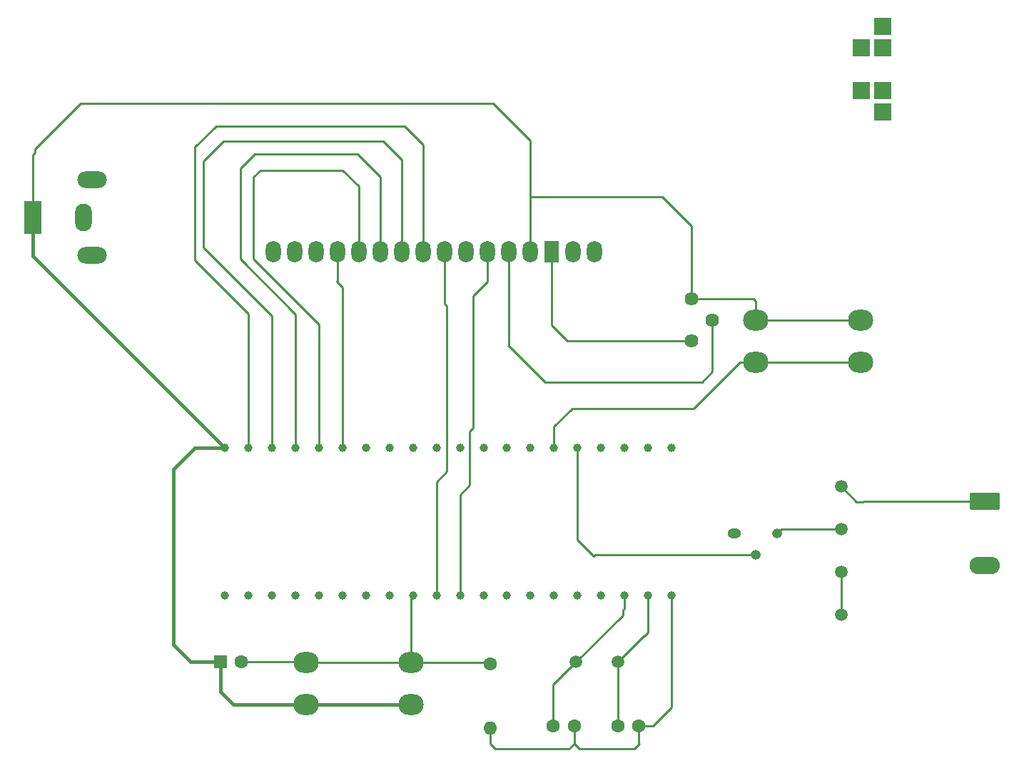
<source format=gbr>
%TF.GenerationSoftware,KiCad,Pcbnew,7.0.9-7.0.9~ubuntu22.04.1*%
%TF.CreationDate,2023-12-15T15:57:01-03:00*%
%TF.ProjectId,Controle_Motor_DC,436f6e74-726f-46c6-955f-4d6f746f725f,V01*%
%TF.SameCoordinates,Original*%
%TF.FileFunction,Copper,L1,Top*%
%TF.FilePolarity,Positive*%
%FSLAX46Y46*%
G04 Gerber Fmt 4.6, Leading zero omitted, Abs format (unit mm)*
G04 Created by KiCad (PCBNEW 7.0.9-7.0.9~ubuntu22.04.1) date 2023-12-15 15:57:01*
%MOMM*%
%LPD*%
G01*
G04 APERTURE LIST*
G04 Aperture macros list*
%AMRoundRect*
0 Rectangle with rounded corners*
0 $1 Rounding radius*
0 $2 $3 $4 $5 $6 $7 $8 $9 X,Y pos of 4 corners*
0 Add a 4 corners polygon primitive as box body*
4,1,4,$2,$3,$4,$5,$6,$7,$8,$9,$2,$3,0*
0 Add four circle primitives for the rounded corners*
1,1,$1+$1,$2,$3*
1,1,$1+$1,$4,$5*
1,1,$1+$1,$6,$7*
1,1,$1+$1,$8,$9*
0 Add four rect primitives between the rounded corners*
20,1,$1+$1,$2,$3,$4,$5,0*
20,1,$1+$1,$4,$5,$6,$7,0*
20,1,$1+$1,$6,$7,$8,$9,0*
20,1,$1+$1,$8,$9,$2,$3,0*%
G04 Aperture macros list end*
%TA.AperFunction,ComponentPad*%
%ADD10R,1.800000X2.600000*%
%TD*%
%TA.AperFunction,ComponentPad*%
%ADD11O,1.800000X2.600000*%
%TD*%
%TA.AperFunction,ComponentPad*%
%ADD12R,2.000000X2.000000*%
%TD*%
%TA.AperFunction,ComponentPad*%
%ADD13C,1.600000*%
%TD*%
%TA.AperFunction,ComponentPad*%
%ADD14C,1.620000*%
%TD*%
%TA.AperFunction,ComponentPad*%
%ADD15R,1.600000X1.600000*%
%TD*%
%TA.AperFunction,ComponentPad*%
%ADD16O,3.000000X2.500000*%
%TD*%
%TA.AperFunction,ComponentPad*%
%ADD17C,1.500000*%
%TD*%
%TA.AperFunction,ComponentPad*%
%ADD18C,1.000000*%
%TD*%
%TA.AperFunction,ComponentPad*%
%ADD19O,1.600000X1.200000*%
%TD*%
%TA.AperFunction,ComponentPad*%
%ADD20O,1.200000X1.200000*%
%TD*%
%TA.AperFunction,ComponentPad*%
%ADD21O,1.600000X1.600000*%
%TD*%
%TA.AperFunction,ComponentPad*%
%ADD22R,2.000000X4.000000*%
%TD*%
%TA.AperFunction,ComponentPad*%
%ADD23O,2.000000X3.300000*%
%TD*%
%TA.AperFunction,ComponentPad*%
%ADD24O,3.500000X2.000000*%
%TD*%
%TA.AperFunction,ComponentPad*%
%ADD25RoundRect,0.250001X-1.549999X0.799999X-1.549999X-0.799999X1.549999X-0.799999X1.549999X0.799999X0*%
%TD*%
%TA.AperFunction,ComponentPad*%
%ADD26O,3.600000X2.100000*%
%TD*%
%TA.AperFunction,Conductor*%
%ADD27C,0.250000*%
%TD*%
%TA.AperFunction,Conductor*%
%ADD28C,0.400000*%
%TD*%
G04 APERTURE END LIST*
D10*
%TO.P,U2,1,VSS*%
%TO.N,GND*%
X135840000Y-75737500D03*
D11*
%TO.P,U2,2,VDD*%
%TO.N,VCC*%
X133300000Y-75737500D03*
%TO.P,U2,3,VO*%
%TO.N,Net-(U2-VO)*%
X130760000Y-75737500D03*
%TO.P,U2,4,RS*%
%TO.N,Net-(U1-P3.1)*%
X128220000Y-75737500D03*
%TO.P,U2,5,R/W*%
%TO.N,Net-(U1-P3.2)*%
X125680000Y-75737500D03*
%TO.P,U2,6,E*%
%TO.N,Net-(U1-P3.0)*%
X123140000Y-75737500D03*
%TO.P,U2,7,DB0*%
%TO.N,Net-(U1-P0.0)*%
X120600000Y-75737500D03*
%TO.P,U2,8,DB1*%
%TO.N,Net-(U1-P0.1)*%
X118060000Y-75737500D03*
%TO.P,U2,9,DB2*%
%TO.N,Net-(U1-P0.2)*%
X115520000Y-75737500D03*
%TO.P,U2,10,DB3*%
%TO.N,Net-(U1-P0.3)*%
X112980000Y-75737500D03*
%TO.P,U2,11,DB4*%
%TO.N,Net-(U1-P0.4)*%
X110440000Y-75737500D03*
%TO.P,U2,12,DB5*%
%TO.N,Net-(U1-P0.5)*%
X107900000Y-75737500D03*
%TO.P,U2,13,DB6*%
%TO.N,Net-(U1-P0.6)*%
X105354920Y-75734960D03*
%TO.P,U2,14,DB7*%
%TO.N,Net-(U1-P0.7)*%
X102820000Y-75737500D03*
%TO.P,U2,15,A/VEE*%
%TO.N,unconnected-(U2-A{slash}VEE-Pad15)*%
X140920000Y-75737500D03*
%TO.P,U2,16,K*%
%TO.N,unconnected-(U2-K-Pad16)*%
X138374920Y-75734960D03*
D12*
%TO.P,U2,A1*%
%TO.N,N/C*%
X175120000Y-51597500D03*
X175120000Y-49057500D03*
X172580000Y-51597500D03*
%TO.P,U2,K1*%
X175120000Y-59217500D03*
X175120000Y-56677500D03*
X172580000Y-56677500D03*
%TD*%
D13*
%TO.P,C1,1*%
%TO.N,Net-(U1-XTAL2)*%
X136024000Y-132080000D03*
%TO.P,C1,2*%
%TO.N,GND*%
X138524000Y-132080000D03*
%TD*%
D14*
%TO.P,RV1,1,1*%
%TO.N,VCC*%
X152400000Y-81360000D03*
%TO.P,RV1,2,2*%
%TO.N,Net-(U2-VO)*%
X154900000Y-83860000D03*
%TO.P,RV1,3,3*%
%TO.N,GND*%
X152400000Y-86360000D03*
%TD*%
D15*
%TO.P,C3,1*%
%TO.N,VCC*%
X96520000Y-124460000D03*
D13*
%TO.P,C3,2*%
%TO.N,Net-(U1-RST)*%
X99020000Y-124460000D03*
%TD*%
D16*
%TO.P,SW1,1,1*%
%TO.N,Net-(U1-RST)*%
X106680000Y-124540000D03*
X119180000Y-124540000D03*
%TO.P,SW1,2,2*%
%TO.N,VCC*%
X106680000Y-129540000D03*
X119180000Y-129540000D03*
%TD*%
D17*
%TO.P,K1,13*%
%TO.N,VCC*%
X170180000Y-118880000D03*
%TO.P,K1,14*%
%TO.N,Net-(M1-+)*%
X170180000Y-103640000D03*
%TO.P,K1,A1*%
%TO.N,Net-(Q1-C)*%
X170180000Y-108720000D03*
%TO.P,K1,A2*%
%TO.N,VCC*%
X170180000Y-113800000D03*
%TD*%
D16*
%TO.P,SW2,1,1*%
%TO.N,VCC*%
X160020000Y-83900000D03*
X172520000Y-83900000D03*
%TO.P,SW2,2,2*%
%TO.N,Net-(U1-P2.5)*%
X160020000Y-88900000D03*
X172520000Y-88900000D03*
%TD*%
D18*
%TO.P,U1,1,P1.0*%
%TO.N,unconnected-(U1-P1.0-Pad1)*%
X97060000Y-116560000D03*
%TO.P,U1,2,P1.1*%
%TO.N,unconnected-(U1-P1.1-Pad2)*%
X99850000Y-116560000D03*
%TO.P,U1,3,P1.2*%
%TO.N,unconnected-(U1-P1.2-Pad3)*%
X102640000Y-116560000D03*
%TO.P,U1,4,P1.3*%
%TO.N,unconnected-(U1-P1.3-Pad4)*%
X105430000Y-116560000D03*
%TO.P,U1,5,P1.4*%
%TO.N,unconnected-(U1-P1.4-Pad5)*%
X108220000Y-116560000D03*
%TO.P,U1,6,P1.5*%
%TO.N,unconnected-(U1-P1.5-Pad6)*%
X111010000Y-116560000D03*
%TO.P,U1,7,P1.6*%
%TO.N,unconnected-(U1-P1.6-Pad7)*%
X113800000Y-116560000D03*
%TO.P,U1,8,P1.7*%
%TO.N,unconnected-(U1-P1.7-Pad8)*%
X116590000Y-116560000D03*
%TO.P,U1,9,RST*%
%TO.N,Net-(U1-RST)*%
X119380000Y-116560000D03*
%TO.P,U1,10,P3.0*%
%TO.N,Net-(U1-P3.0)*%
X122170000Y-116560000D03*
%TO.P,U1,11,P3.1*%
%TO.N,Net-(U1-P3.1)*%
X124960000Y-116560000D03*
%TO.P,U1,12,P3.2*%
%TO.N,Net-(U1-P3.2)*%
X127750000Y-116560000D03*
%TO.P,U1,13,P3.3*%
%TO.N,unconnected-(U1-P3.3-Pad13)*%
X130540000Y-116560000D03*
%TO.P,U1,14,P3.4*%
%TO.N,unconnected-(U1-P3.4-Pad14)*%
X133330000Y-116560000D03*
%TO.P,U1,15,P3.5*%
%TO.N,unconnected-(U1-P3.5-Pad15)*%
X136120000Y-116560000D03*
%TO.P,U1,16,P3.6*%
%TO.N,unconnected-(U1-P3.6-Pad16)*%
X138910000Y-116560000D03*
%TO.P,U1,17,P3.7*%
%TO.N,unconnected-(U1-P3.7-Pad17)*%
X141700000Y-116560000D03*
%TO.P,U1,18,XTAL2*%
%TO.N,Net-(U1-XTAL2)*%
X144490000Y-116560000D03*
%TO.P,U1,19,XTAL1*%
%TO.N,Net-(U1-XTAL1)*%
X147280000Y-116560000D03*
%TO.P,U1,20,GND*%
%TO.N,GND*%
X150070000Y-116560000D03*
%TO.P,U1,21,P2.0*%
%TO.N,unconnected-(U1-P2.0-Pad21)*%
X150070000Y-99060000D03*
%TO.P,U1,22,P2.1*%
%TO.N,unconnected-(U1-P2.1-Pad22)*%
X147280000Y-99060000D03*
%TO.P,U1,23,P2.2*%
%TO.N,unconnected-(U1-P2.2-Pad23)*%
X144490000Y-99060000D03*
%TO.P,U1,24,P2.3*%
%TO.N,unconnected-(U1-P2.3-Pad24)*%
X141700000Y-99060000D03*
%TO.P,U1,25,P2.4*%
%TO.N,Net-(Q1-B)*%
X138910000Y-99060000D03*
%TO.P,U1,26,P2.5*%
%TO.N,Net-(U1-P2.5)*%
X136120000Y-99060000D03*
%TO.P,U1,27,P2.6*%
%TO.N,unconnected-(U1-P2.6-Pad27)*%
X133330000Y-99060000D03*
%TO.P,U1,28,P2.7*%
%TO.N,unconnected-(U1-P2.7-Pad28)*%
X130540000Y-99060000D03*
%TO.P,U1,29,PSEN*%
%TO.N,unconnected-(U1-PSEN-Pad29)*%
X127750000Y-99060000D03*
%TO.P,U1,30,ALE/PROG*%
%TO.N,unconnected-(U1-ALE{slash}PROG-Pad30)*%
X124960000Y-99060000D03*
%TO.P,U1,31,EA/VPP*%
%TO.N,unconnected-(U1-EA{slash}VPP-Pad31)*%
X122170000Y-99060000D03*
%TO.P,U1,32,P0.7*%
%TO.N,Net-(U1-P0.7)*%
X119380000Y-99060000D03*
%TO.P,U1,33,P0.6*%
%TO.N,Net-(U1-P0.6)*%
X116590000Y-99060000D03*
%TO.P,U1,34,P0.5*%
%TO.N,Net-(U1-P0.5)*%
X113800000Y-99060000D03*
%TO.P,U1,35,P0.4*%
%TO.N,Net-(U1-P0.4)*%
X111010000Y-99060000D03*
%TO.P,U1,36,P0.3*%
%TO.N,Net-(U1-P0.3)*%
X108220000Y-99060000D03*
%TO.P,U1,37,P0.2*%
%TO.N,Net-(U1-P0.2)*%
X105430000Y-99060000D03*
%TO.P,U1,38,P0.1*%
%TO.N,Net-(U1-P0.1)*%
X102640000Y-99060000D03*
%TO.P,U1,39,P0.0*%
%TO.N,Net-(U1-P0.0)*%
X99850000Y-99060000D03*
%TO.P,U1,40,VCC*%
%TO.N,VCC*%
X97060000Y-99060000D03*
%TD*%
D17*
%TO.P,Y1,1,1*%
%TO.N,Net-(U1-XTAL1)*%
X143724000Y-124460000D03*
%TO.P,Y1,2,2*%
%TO.N,Net-(U1-XTAL2)*%
X138724000Y-124460000D03*
%TD*%
D19*
%TO.P,Q1,1,E*%
%TO.N,GND*%
X157480000Y-109220000D03*
D20*
%TO.P,Q1,2,B*%
%TO.N,Net-(Q1-B)*%
X160020000Y-111760000D03*
%TO.P,Q1,3,C*%
%TO.N,Net-(Q1-C)*%
X162560000Y-109220000D03*
%TD*%
D13*
%TO.P,R1,1*%
%TO.N,Net-(U1-RST)*%
X128524000Y-124714000D03*
D21*
%TO.P,R1,2*%
%TO.N,GND*%
X128524000Y-132334000D03*
%TD*%
D22*
%TO.P,BT1,1,+*%
%TO.N,VCC*%
X74280000Y-71700000D03*
D23*
%TO.P,BT1,2,-*%
%TO.N,GND*%
X80280000Y-71700000D03*
D24*
%TO.P,BT1,MP*%
%TO.N,N/C*%
X81280000Y-76200000D03*
X81280000Y-67200000D03*
%TD*%
D13*
%TO.P,C2,1*%
%TO.N,Net-(U1-XTAL1)*%
X143684000Y-132080000D03*
%TO.P,C2,2*%
%TO.N,GND*%
X146184000Y-132080000D03*
%TD*%
D25*
%TO.P,M1,1,+*%
%TO.N,Net-(M1-+)*%
X187237500Y-105410000D03*
D26*
%TO.P,M1,2,-*%
%TO.N,GND*%
X187237500Y-113030000D03*
%TD*%
D27*
%TO.N,Net-(U1-P3.0)*%
X123393200Y-82245200D02*
X123140000Y-81992000D01*
X123140000Y-81992000D02*
X123140000Y-75737500D01*
%TO.N,Net-(U1-P3.1)*%
X126492000Y-96723200D02*
X126492000Y-81026000D01*
X128220000Y-79298000D02*
X128220000Y-75737500D01*
X126136400Y-103479600D02*
X126136400Y-97078800D01*
X124960000Y-116560000D02*
X124960000Y-104656000D01*
X126136400Y-97078800D02*
X126492000Y-96723200D01*
X124960000Y-104656000D02*
X126136400Y-103479600D01*
X126492000Y-81026000D02*
X128220000Y-79298000D01*
%TO.N,Net-(U1-P3.0)*%
X123393200Y-101854000D02*
X123393200Y-82245200D01*
X122170000Y-116560000D02*
X122170000Y-103077200D01*
X122170000Y-103077200D02*
X123393200Y-101854000D01*
%TO.N,Net-(U1-P0.4)*%
X111010000Y-79971200D02*
X110337600Y-79298800D01*
X111010000Y-99060000D02*
X111010000Y-79971200D01*
X110440000Y-79196400D02*
X110440000Y-75737500D01*
X110337600Y-79298800D02*
X110440000Y-79196400D01*
%TO.N,Net-(U1-P0.3)*%
X108220000Y-99060000D02*
X108220000Y-84394800D01*
X101295200Y-66090800D02*
X111048800Y-66090800D01*
X108220000Y-84394800D02*
X100482400Y-76657200D01*
X111048800Y-66090800D02*
X112980000Y-68022000D01*
X100482400Y-76657200D02*
X100482400Y-66903600D01*
X100482400Y-66903600D02*
X101295200Y-66090800D01*
X112980000Y-68022000D02*
X112980000Y-75737500D01*
%TO.N,Net-(U1-P0.2)*%
X105430000Y-99060000D02*
X105430000Y-83179600D01*
X105430000Y-83179600D02*
X98907600Y-76657200D01*
X98907600Y-76657200D02*
X98907600Y-65887600D01*
X98907600Y-65887600D02*
X100584000Y-64211200D01*
X100584000Y-64211200D02*
X112826800Y-64211200D01*
X112826800Y-64211200D02*
X115520000Y-66904400D01*
X115520000Y-66904400D02*
X115520000Y-75737500D01*
%TO.N,Net-(U1-P0.1)*%
X118060000Y-75737500D02*
X118060000Y-64821600D01*
X118060000Y-64821600D02*
X115874800Y-62636400D01*
X115874800Y-62636400D02*
X96875600Y-62636400D01*
X94488000Y-65024000D02*
X94488000Y-75234800D01*
X96875600Y-62636400D02*
X94488000Y-65024000D01*
X94488000Y-75234800D02*
X102640000Y-83386800D01*
X102640000Y-83386800D02*
X102640000Y-99060000D01*
%TO.N,Net-(U1-P0.0)*%
X99850000Y-99060000D02*
X99850000Y-83136800D01*
X99850000Y-83136800D02*
X93522800Y-76809600D01*
X93522800Y-76809600D02*
X93522800Y-63347600D01*
X93522800Y-63347600D02*
X96012000Y-60858400D01*
X118364000Y-60858400D02*
X120600000Y-63094400D01*
X96012000Y-60858400D02*
X118364000Y-60858400D01*
X120600000Y-63094400D02*
X120600000Y-75737500D01*
%TO.N,Net-(U1-P2.5)*%
X160020000Y-88900000D02*
X158191200Y-88900000D01*
X158191200Y-88900000D02*
X152704800Y-94386400D01*
X152704800Y-94386400D02*
X138277600Y-94386400D01*
X138277600Y-94386400D02*
X136120000Y-96544000D01*
X136120000Y-96544000D02*
X136120000Y-99060000D01*
%TO.N,Net-(U2-VO)*%
X154900000Y-83860000D02*
X154900000Y-85465133D01*
X154900000Y-85465133D02*
X154889200Y-85475933D01*
X154889200Y-90017600D02*
X153670000Y-91236800D01*
X154889200Y-85475933D02*
X154889200Y-90017600D01*
X153670000Y-91236800D02*
X135077200Y-91236800D01*
X135077200Y-91236800D02*
X130759200Y-86918800D01*
X130759200Y-86918800D02*
X130708400Y-86918800D01*
X130708400Y-86918800D02*
X130760000Y-86867200D01*
X130760000Y-86867200D02*
X130760000Y-75737500D01*
%TO.N,GND*%
X135840000Y-75737500D02*
X135840000Y-84481200D01*
X135840000Y-84481200D02*
X137718800Y-86360000D01*
X137718800Y-86360000D02*
X152400000Y-86360000D01*
X138524000Y-134155200D02*
X137906800Y-134772400D01*
X137906800Y-134772400D02*
X129133600Y-134772400D01*
X129133600Y-134772400D02*
X128524000Y-134162800D01*
X128524000Y-134162800D02*
X128524000Y-132334000D01*
X138524000Y-132080000D02*
X138524000Y-134155200D01*
X145643600Y-134772400D02*
X146253200Y-134162800D01*
X138524000Y-134155200D02*
X139141200Y-134772400D01*
X139141200Y-134772400D02*
X145643600Y-134772400D01*
X146253200Y-134162800D02*
X146184000Y-134093600D01*
X146184000Y-134093600D02*
X146184000Y-132080000D01*
X146184000Y-132080000D02*
X147828000Y-132080000D01*
X147828000Y-132080000D02*
X150070000Y-129838000D01*
X150070000Y-129838000D02*
X150070000Y-116560000D01*
%TO.N,Net-(Q1-B)*%
X138910000Y-109954000D02*
X140868400Y-111912400D01*
X138910000Y-99060000D02*
X138910000Y-109954000D01*
X140868400Y-111912400D02*
X141020800Y-111760000D01*
X141020800Y-111760000D02*
X160020000Y-111760000D01*
%TO.N,VCC*%
X133300000Y-75737500D02*
X133300000Y-69240400D01*
X133300000Y-69240400D02*
X133300000Y-62535600D01*
X133300000Y-69240400D02*
X148945600Y-69240400D01*
X148945600Y-69240400D02*
X152400000Y-72694800D01*
X152400000Y-72694800D02*
X152400000Y-81360000D01*
X133300000Y-62535600D02*
X128930400Y-58166000D01*
X128930400Y-58166000D02*
X79959200Y-58166000D01*
X79959200Y-58166000D02*
X74523600Y-63601600D01*
X74523600Y-63601600D02*
X74523600Y-64008000D01*
X74523600Y-64008000D02*
X74280000Y-64251600D01*
X74280000Y-64251600D02*
X74280000Y-71700000D01*
%TO.N,Net-(U1-P2.5)*%
X160020000Y-88900000D02*
X172520000Y-88900000D01*
%TO.N,VCC*%
X160020000Y-83900000D02*
X172520000Y-83900000D01*
X160020000Y-81584800D02*
X159766000Y-81330800D01*
X160020000Y-83900000D02*
X160020000Y-81584800D01*
X159766000Y-81330800D02*
X159736800Y-81360000D01*
X159736800Y-81360000D02*
X152400000Y-81360000D01*
%TO.N,Net-(Q1-C)*%
X163068000Y-108712000D02*
X163880800Y-108712000D01*
X162560000Y-109220000D02*
X163068000Y-108712000D01*
X163880800Y-108712000D02*
X163888800Y-108720000D01*
X163888800Y-108720000D02*
X170180000Y-108720000D01*
%TO.N,Net-(M1-+)*%
X172000800Y-105460800D02*
X172821600Y-105460800D01*
X170180000Y-103640000D02*
X172000800Y-105460800D01*
X172821600Y-105460800D02*
X172872400Y-105410000D01*
X172872400Y-105410000D02*
X187237500Y-105410000D01*
%TO.N,VCC*%
X170180000Y-113800000D02*
X170180000Y-118880000D01*
%TO.N,Net-(U1-XTAL2)*%
X144272000Y-118912000D02*
X144272000Y-118364000D01*
X138724000Y-124460000D02*
X144272000Y-118912000D01*
X144272000Y-118364000D02*
X144490000Y-118146000D01*
X144490000Y-118146000D02*
X144490000Y-116560000D01*
%TO.N,Net-(U1-XTAL1)*%
X146772000Y-121412000D02*
X146812000Y-121412000D01*
X143724000Y-124460000D02*
X146772000Y-121412000D01*
X146812000Y-121412000D02*
X147280000Y-120944000D01*
X147280000Y-120944000D02*
X147280000Y-116560000D01*
X143684000Y-132080000D02*
X143684000Y-124500000D01*
X143684000Y-124500000D02*
X143724000Y-124460000D01*
%TO.N,Net-(U1-XTAL2)*%
X136024000Y-132080000D02*
X136024000Y-127160000D01*
X136024000Y-127160000D02*
X138724000Y-124460000D01*
%TO.N,Net-(U1-RST)*%
X119180000Y-124540000D02*
X128350000Y-124540000D01*
X128350000Y-124540000D02*
X128524000Y-124714000D01*
X119180000Y-124540000D02*
X119180000Y-116760000D01*
X119180000Y-116760000D02*
X119380000Y-116560000D01*
X106680000Y-124540000D02*
X119180000Y-124540000D01*
X99020000Y-124460000D02*
X106600000Y-124460000D01*
X106600000Y-124460000D02*
X106680000Y-124540000D01*
D28*
%TO.N,VCC*%
X106680000Y-129540000D02*
X119180000Y-129540000D01*
X96520000Y-128016000D02*
X98044000Y-129540000D01*
X96520000Y-124460000D02*
X96520000Y-128016000D01*
X98044000Y-129540000D02*
X106680000Y-129540000D01*
X97060000Y-99060000D02*
X93472000Y-99060000D01*
X93472000Y-99060000D02*
X90932000Y-101600000D01*
X90932000Y-101600000D02*
X90932000Y-122428000D01*
X90932000Y-122428000D02*
X92964000Y-124460000D01*
X92964000Y-124460000D02*
X96520000Y-124460000D01*
X74280000Y-71700000D02*
X74280000Y-76280000D01*
X74280000Y-76280000D02*
X97060000Y-99060000D01*
%TD*%
M02*

</source>
